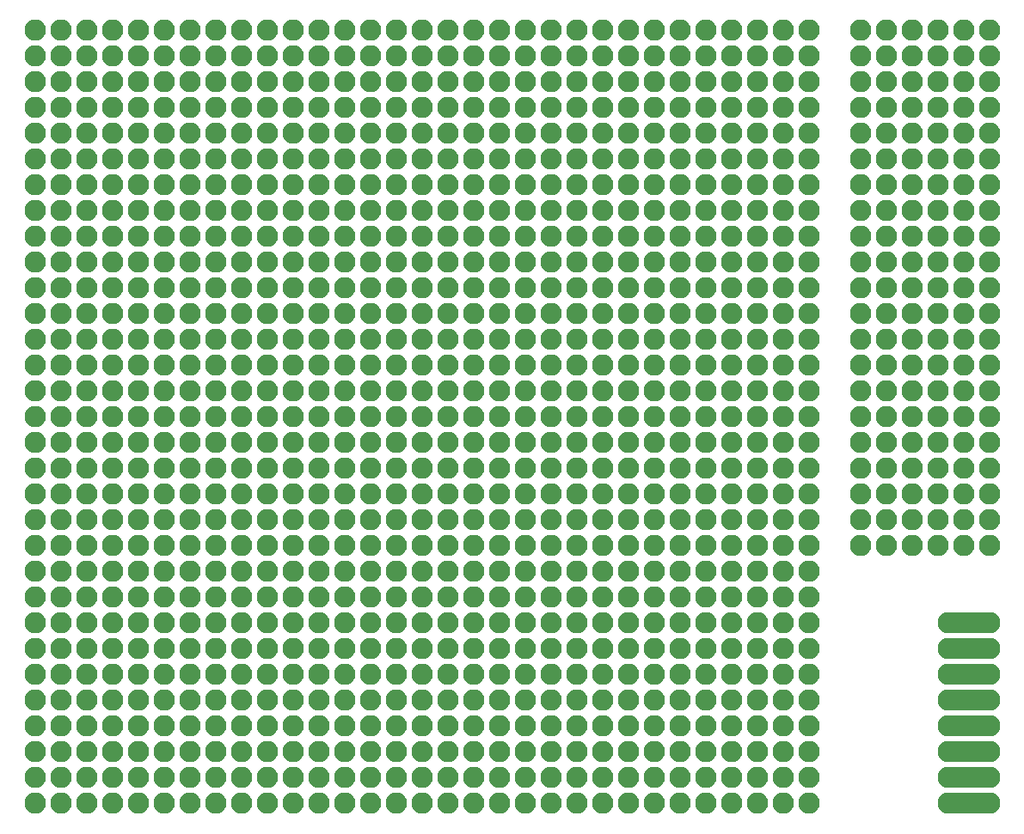
<source format=gbr>
G04 #@! TF.GenerationSoftware,KiCad,Pcbnew,5.1.7-a382d34a8~88~ubuntu16.04.1*
G04 #@! TF.CreationDate,2021-03-11T21:24:15+01:00*
G04 #@! TF.ProjectId,3u-100-eurocard-eurorack-protoboard,33752d31-3030-42d6-9575-726f63617264,rev?*
G04 #@! TF.SameCoordinates,Original*
G04 #@! TF.FileFunction,Soldermask,Bot*
G04 #@! TF.FilePolarity,Negative*
%FSLAX46Y46*%
G04 Gerber Fmt 4.6, Leading zero omitted, Abs format (unit mm)*
G04 Created by KiCad (PCBNEW 5.1.7-a382d34a8~88~ubuntu16.04.1) date 2021-03-11 21:24:15*
%MOMM*%
%LPD*%
G01*
G04 APERTURE LIST*
%ADD10O,6.182000X2.102000*%
%ADD11O,2.102000X2.102000*%
G04 APERTURE END LIST*
D10*
X93845000Y-73025000D03*
X93845000Y-88265000D03*
X93845000Y-85725000D03*
X93845000Y-70485000D03*
X93845000Y-83185000D03*
D11*
X93345000Y-70485000D03*
X95885000Y-70485000D03*
X93345000Y-73025000D03*
X95885000Y-73025000D03*
X93345000Y-75565000D03*
X95885000Y-75565000D03*
X93345000Y-78105000D03*
X95885000Y-78105000D03*
X93345000Y-80645000D03*
X95885000Y-80645000D03*
X93345000Y-83185000D03*
X95885000Y-83185000D03*
X93345000Y-85725000D03*
X95885000Y-85725000D03*
X93345000Y-88265000D03*
X95885000Y-88265000D03*
D10*
X93845000Y-80645000D03*
X93845000Y-78105000D03*
X93845000Y-75565000D03*
D11*
X83185000Y-12065000D03*
X85725000Y-12065000D03*
X88265000Y-12065000D03*
X90805000Y-12065000D03*
X93345000Y-12065000D03*
X95885000Y-12065000D03*
X95885000Y-14605000D03*
X93345000Y-14605000D03*
X90805000Y-14605000D03*
X88265000Y-14605000D03*
X85725000Y-14605000D03*
X83185000Y-14605000D03*
X95885000Y-24765000D03*
X93345000Y-24765000D03*
X90805000Y-24765000D03*
X88265000Y-24765000D03*
X85725000Y-24765000D03*
X83185000Y-24765000D03*
X83185000Y-22225000D03*
X85725000Y-22225000D03*
X88265000Y-22225000D03*
X90805000Y-22225000D03*
X93345000Y-22225000D03*
X95885000Y-22225000D03*
X95885000Y-17145000D03*
X93345000Y-17145000D03*
X90805000Y-17145000D03*
X88265000Y-17145000D03*
X85725000Y-17145000D03*
X83185000Y-17145000D03*
X83185000Y-19685000D03*
X85725000Y-19685000D03*
X88265000Y-19685000D03*
X90805000Y-19685000D03*
X93345000Y-19685000D03*
X95885000Y-19685000D03*
X83185000Y-34925000D03*
X85725000Y-34925000D03*
X88265000Y-34925000D03*
X90805000Y-34925000D03*
X93345000Y-34925000D03*
X95885000Y-34925000D03*
X95885000Y-29845000D03*
X93345000Y-29845000D03*
X90805000Y-29845000D03*
X88265000Y-29845000D03*
X85725000Y-29845000D03*
X83185000Y-29845000D03*
X95885000Y-32385000D03*
X93345000Y-32385000D03*
X90805000Y-32385000D03*
X88265000Y-32385000D03*
X85725000Y-32385000D03*
X83185000Y-32385000D03*
X83185000Y-27305000D03*
X85725000Y-27305000D03*
X88265000Y-27305000D03*
X90805000Y-27305000D03*
X93345000Y-27305000D03*
X95885000Y-27305000D03*
X83185000Y-42545000D03*
X85725000Y-42545000D03*
X88265000Y-42545000D03*
X90805000Y-42545000D03*
X93345000Y-42545000D03*
X95885000Y-42545000D03*
X95885000Y-45085000D03*
X93345000Y-45085000D03*
X90805000Y-45085000D03*
X88265000Y-45085000D03*
X85725000Y-45085000D03*
X83185000Y-45085000D03*
X83185000Y-40005000D03*
X85725000Y-40005000D03*
X88265000Y-40005000D03*
X90805000Y-40005000D03*
X93345000Y-40005000D03*
X95885000Y-40005000D03*
X95885000Y-37465000D03*
X93345000Y-37465000D03*
X90805000Y-37465000D03*
X88265000Y-37465000D03*
X85725000Y-37465000D03*
X83185000Y-37465000D03*
X83185000Y-47625000D03*
X85725000Y-47625000D03*
X88265000Y-47625000D03*
X90805000Y-47625000D03*
X93345000Y-47625000D03*
X95885000Y-47625000D03*
X95885000Y-50165000D03*
X93345000Y-50165000D03*
X90805000Y-50165000D03*
X88265000Y-50165000D03*
X85725000Y-50165000D03*
X83185000Y-50165000D03*
X83185000Y-55245000D03*
X85725000Y-55245000D03*
X88265000Y-55245000D03*
X90805000Y-55245000D03*
X93345000Y-55245000D03*
X95885000Y-55245000D03*
X95885000Y-52705000D03*
X93345000Y-52705000D03*
X90805000Y-52705000D03*
X88265000Y-52705000D03*
X85725000Y-52705000D03*
X83185000Y-52705000D03*
X83185000Y-60325000D03*
X85725000Y-60325000D03*
X88265000Y-60325000D03*
X90805000Y-60325000D03*
X93345000Y-60325000D03*
X95885000Y-60325000D03*
X95885000Y-57785000D03*
X93345000Y-57785000D03*
X90805000Y-57785000D03*
X88265000Y-57785000D03*
X85725000Y-57785000D03*
X83185000Y-57785000D03*
X83185000Y-62865000D03*
X85725000Y-62865000D03*
X88265000Y-62865000D03*
X90805000Y-62865000D03*
X93345000Y-62865000D03*
X95885000Y-62865000D03*
X1905000Y-12065000D03*
X4445000Y-12065000D03*
X6985000Y-12065000D03*
X9525000Y-12065000D03*
X12065000Y-12065000D03*
X14605000Y-12065000D03*
X17145000Y-12065000D03*
X19685000Y-12065000D03*
X22225000Y-12065000D03*
X24765000Y-12065000D03*
X27305000Y-12065000D03*
X29845000Y-12065000D03*
X32385000Y-12065000D03*
X34925000Y-12065000D03*
X37465000Y-12065000D03*
X40005000Y-12065000D03*
X42545000Y-12065000D03*
X45085000Y-12065000D03*
X47625000Y-12065000D03*
X50165000Y-12065000D03*
X52705000Y-12065000D03*
X55245000Y-12065000D03*
X57785000Y-12065000D03*
X60325000Y-12065000D03*
X62865000Y-12065000D03*
X65405000Y-12065000D03*
X67945000Y-12065000D03*
X70485000Y-12065000D03*
X73025000Y-12065000D03*
X75565000Y-12065000D03*
X78105000Y-12065000D03*
X78105000Y-88265000D03*
X75565000Y-88265000D03*
X73025000Y-88265000D03*
X70485000Y-88265000D03*
X67945000Y-88265000D03*
X65405000Y-88265000D03*
X62865000Y-88265000D03*
X60325000Y-88265000D03*
X57785000Y-88265000D03*
X55245000Y-88265000D03*
X52705000Y-88265000D03*
X50165000Y-88265000D03*
X47625000Y-88265000D03*
X45085000Y-88265000D03*
X42545000Y-88265000D03*
X40005000Y-88265000D03*
X37465000Y-88265000D03*
X34925000Y-88265000D03*
X32385000Y-88265000D03*
X29845000Y-88265000D03*
X27305000Y-88265000D03*
X24765000Y-88265000D03*
X22225000Y-88265000D03*
X19685000Y-88265000D03*
X17145000Y-88265000D03*
X14605000Y-88265000D03*
X12065000Y-88265000D03*
X9525000Y-88265000D03*
X6985000Y-88265000D03*
X4445000Y-88265000D03*
X1905000Y-88265000D03*
X1905000Y-85725000D03*
X4445000Y-85725000D03*
X6985000Y-85725000D03*
X9525000Y-85725000D03*
X12065000Y-85725000D03*
X14605000Y-85725000D03*
X17145000Y-85725000D03*
X19685000Y-85725000D03*
X22225000Y-85725000D03*
X24765000Y-85725000D03*
X27305000Y-85725000D03*
X29845000Y-85725000D03*
X32385000Y-85725000D03*
X34925000Y-85725000D03*
X37465000Y-85725000D03*
X40005000Y-85725000D03*
X42545000Y-85725000D03*
X45085000Y-85725000D03*
X47625000Y-85725000D03*
X50165000Y-85725000D03*
X52705000Y-85725000D03*
X55245000Y-85725000D03*
X57785000Y-85725000D03*
X60325000Y-85725000D03*
X62865000Y-85725000D03*
X65405000Y-85725000D03*
X67945000Y-85725000D03*
X70485000Y-85725000D03*
X73025000Y-85725000D03*
X75565000Y-85725000D03*
X78105000Y-85725000D03*
X78105000Y-83185000D03*
X75565000Y-83185000D03*
X73025000Y-83185000D03*
X70485000Y-83185000D03*
X67945000Y-83185000D03*
X65405000Y-83185000D03*
X62865000Y-83185000D03*
X60325000Y-83185000D03*
X57785000Y-83185000D03*
X55245000Y-83185000D03*
X52705000Y-83185000D03*
X50165000Y-83185000D03*
X47625000Y-83185000D03*
X45085000Y-83185000D03*
X42545000Y-83185000D03*
X40005000Y-83185000D03*
X37465000Y-83185000D03*
X34925000Y-83185000D03*
X32385000Y-83185000D03*
X29845000Y-83185000D03*
X27305000Y-83185000D03*
X24765000Y-83185000D03*
X22225000Y-83185000D03*
X19685000Y-83185000D03*
X17145000Y-83185000D03*
X14605000Y-83185000D03*
X12065000Y-83185000D03*
X9525000Y-83185000D03*
X6985000Y-83185000D03*
X4445000Y-83185000D03*
X1905000Y-83185000D03*
X78105000Y-80645000D03*
X75565000Y-80645000D03*
X73025000Y-80645000D03*
X70485000Y-80645000D03*
X67945000Y-80645000D03*
X65405000Y-80645000D03*
X62865000Y-80645000D03*
X60325000Y-80645000D03*
X57785000Y-80645000D03*
X55245000Y-80645000D03*
X52705000Y-80645000D03*
X50165000Y-80645000D03*
X47625000Y-80645000D03*
X45085000Y-80645000D03*
X42545000Y-80645000D03*
X40005000Y-80645000D03*
X37465000Y-80645000D03*
X34925000Y-80645000D03*
X32385000Y-80645000D03*
X29845000Y-80645000D03*
X27305000Y-80645000D03*
X24765000Y-80645000D03*
X22225000Y-80645000D03*
X19685000Y-80645000D03*
X17145000Y-80645000D03*
X14605000Y-80645000D03*
X12065000Y-80645000D03*
X9525000Y-80645000D03*
X6985000Y-80645000D03*
X4445000Y-80645000D03*
X1905000Y-80645000D03*
X1905000Y-75565000D03*
X4445000Y-75565000D03*
X6985000Y-75565000D03*
X9525000Y-75565000D03*
X12065000Y-75565000D03*
X14605000Y-75565000D03*
X17145000Y-75565000D03*
X19685000Y-75565000D03*
X22225000Y-75565000D03*
X24765000Y-75565000D03*
X27305000Y-75565000D03*
X29845000Y-75565000D03*
X32385000Y-75565000D03*
X34925000Y-75565000D03*
X37465000Y-75565000D03*
X40005000Y-75565000D03*
X42545000Y-75565000D03*
X45085000Y-75565000D03*
X47625000Y-75565000D03*
X50165000Y-75565000D03*
X52705000Y-75565000D03*
X55245000Y-75565000D03*
X57785000Y-75565000D03*
X60325000Y-75565000D03*
X62865000Y-75565000D03*
X65405000Y-75565000D03*
X67945000Y-75565000D03*
X70485000Y-75565000D03*
X73025000Y-75565000D03*
X75565000Y-75565000D03*
X78105000Y-75565000D03*
X1905000Y-73025000D03*
X4445000Y-73025000D03*
X6985000Y-73025000D03*
X9525000Y-73025000D03*
X12065000Y-73025000D03*
X14605000Y-73025000D03*
X17145000Y-73025000D03*
X19685000Y-73025000D03*
X22225000Y-73025000D03*
X24765000Y-73025000D03*
X27305000Y-73025000D03*
X29845000Y-73025000D03*
X32385000Y-73025000D03*
X34925000Y-73025000D03*
X37465000Y-73025000D03*
X40005000Y-73025000D03*
X42545000Y-73025000D03*
X45085000Y-73025000D03*
X47625000Y-73025000D03*
X50165000Y-73025000D03*
X52705000Y-73025000D03*
X55245000Y-73025000D03*
X57785000Y-73025000D03*
X60325000Y-73025000D03*
X62865000Y-73025000D03*
X65405000Y-73025000D03*
X67945000Y-73025000D03*
X70485000Y-73025000D03*
X73025000Y-73025000D03*
X75565000Y-73025000D03*
X78105000Y-73025000D03*
X78105000Y-78105000D03*
X75565000Y-78105000D03*
X73025000Y-78105000D03*
X70485000Y-78105000D03*
X67945000Y-78105000D03*
X65405000Y-78105000D03*
X62865000Y-78105000D03*
X60325000Y-78105000D03*
X57785000Y-78105000D03*
X55245000Y-78105000D03*
X52705000Y-78105000D03*
X50165000Y-78105000D03*
X47625000Y-78105000D03*
X45085000Y-78105000D03*
X42545000Y-78105000D03*
X40005000Y-78105000D03*
X37465000Y-78105000D03*
X34925000Y-78105000D03*
X32385000Y-78105000D03*
X29845000Y-78105000D03*
X27305000Y-78105000D03*
X24765000Y-78105000D03*
X22225000Y-78105000D03*
X19685000Y-78105000D03*
X17145000Y-78105000D03*
X14605000Y-78105000D03*
X12065000Y-78105000D03*
X9525000Y-78105000D03*
X6985000Y-78105000D03*
X4445000Y-78105000D03*
X1905000Y-78105000D03*
X78105000Y-55245000D03*
X75565000Y-55245000D03*
X73025000Y-55245000D03*
X70485000Y-55245000D03*
X67945000Y-55245000D03*
X65405000Y-55245000D03*
X62865000Y-55245000D03*
X60325000Y-55245000D03*
X57785000Y-55245000D03*
X55245000Y-55245000D03*
X52705000Y-55245000D03*
X50165000Y-55245000D03*
X47625000Y-55245000D03*
X45085000Y-55245000D03*
X42545000Y-55245000D03*
X40005000Y-55245000D03*
X37465000Y-55245000D03*
X34925000Y-55245000D03*
X32385000Y-55245000D03*
X29845000Y-55245000D03*
X27305000Y-55245000D03*
X24765000Y-55245000D03*
X22225000Y-55245000D03*
X19685000Y-55245000D03*
X17145000Y-55245000D03*
X14605000Y-55245000D03*
X12065000Y-55245000D03*
X9525000Y-55245000D03*
X6985000Y-55245000D03*
X4445000Y-55245000D03*
X1905000Y-55245000D03*
X1905000Y-62865000D03*
X4445000Y-62865000D03*
X6985000Y-62865000D03*
X9525000Y-62865000D03*
X12065000Y-62865000D03*
X14605000Y-62865000D03*
X17145000Y-62865000D03*
X19685000Y-62865000D03*
X22225000Y-62865000D03*
X24765000Y-62865000D03*
X27305000Y-62865000D03*
X29845000Y-62865000D03*
X32385000Y-62865000D03*
X34925000Y-62865000D03*
X37465000Y-62865000D03*
X40005000Y-62865000D03*
X42545000Y-62865000D03*
X45085000Y-62865000D03*
X47625000Y-62865000D03*
X50165000Y-62865000D03*
X52705000Y-62865000D03*
X55245000Y-62865000D03*
X57785000Y-62865000D03*
X60325000Y-62865000D03*
X62865000Y-62865000D03*
X65405000Y-62865000D03*
X67945000Y-62865000D03*
X70485000Y-62865000D03*
X73025000Y-62865000D03*
X75565000Y-62865000D03*
X78105000Y-62865000D03*
X78105000Y-70485000D03*
X75565000Y-70485000D03*
X73025000Y-70485000D03*
X70485000Y-70485000D03*
X67945000Y-70485000D03*
X65405000Y-70485000D03*
X62865000Y-70485000D03*
X60325000Y-70485000D03*
X57785000Y-70485000D03*
X55245000Y-70485000D03*
X52705000Y-70485000D03*
X50165000Y-70485000D03*
X47625000Y-70485000D03*
X45085000Y-70485000D03*
X42545000Y-70485000D03*
X40005000Y-70485000D03*
X37465000Y-70485000D03*
X34925000Y-70485000D03*
X32385000Y-70485000D03*
X29845000Y-70485000D03*
X27305000Y-70485000D03*
X24765000Y-70485000D03*
X22225000Y-70485000D03*
X19685000Y-70485000D03*
X17145000Y-70485000D03*
X14605000Y-70485000D03*
X12065000Y-70485000D03*
X9525000Y-70485000D03*
X6985000Y-70485000D03*
X4445000Y-70485000D03*
X1905000Y-70485000D03*
X1905000Y-60325000D03*
X4445000Y-60325000D03*
X6985000Y-60325000D03*
X9525000Y-60325000D03*
X12065000Y-60325000D03*
X14605000Y-60325000D03*
X17145000Y-60325000D03*
X19685000Y-60325000D03*
X22225000Y-60325000D03*
X24765000Y-60325000D03*
X27305000Y-60325000D03*
X29845000Y-60325000D03*
X32385000Y-60325000D03*
X34925000Y-60325000D03*
X37465000Y-60325000D03*
X40005000Y-60325000D03*
X42545000Y-60325000D03*
X45085000Y-60325000D03*
X47625000Y-60325000D03*
X50165000Y-60325000D03*
X52705000Y-60325000D03*
X55245000Y-60325000D03*
X57785000Y-60325000D03*
X60325000Y-60325000D03*
X62865000Y-60325000D03*
X65405000Y-60325000D03*
X67945000Y-60325000D03*
X70485000Y-60325000D03*
X73025000Y-60325000D03*
X75565000Y-60325000D03*
X78105000Y-60325000D03*
X78105000Y-52705000D03*
X75565000Y-52705000D03*
X73025000Y-52705000D03*
X70485000Y-52705000D03*
X67945000Y-52705000D03*
X65405000Y-52705000D03*
X62865000Y-52705000D03*
X60325000Y-52705000D03*
X57785000Y-52705000D03*
X55245000Y-52705000D03*
X52705000Y-52705000D03*
X50165000Y-52705000D03*
X47625000Y-52705000D03*
X45085000Y-52705000D03*
X42545000Y-52705000D03*
X40005000Y-52705000D03*
X37465000Y-52705000D03*
X34925000Y-52705000D03*
X32385000Y-52705000D03*
X29845000Y-52705000D03*
X27305000Y-52705000D03*
X24765000Y-52705000D03*
X22225000Y-52705000D03*
X19685000Y-52705000D03*
X17145000Y-52705000D03*
X14605000Y-52705000D03*
X12065000Y-52705000D03*
X9525000Y-52705000D03*
X6985000Y-52705000D03*
X4445000Y-52705000D03*
X1905000Y-52705000D03*
X1905000Y-57785000D03*
X4445000Y-57785000D03*
X6985000Y-57785000D03*
X9525000Y-57785000D03*
X12065000Y-57785000D03*
X14605000Y-57785000D03*
X17145000Y-57785000D03*
X19685000Y-57785000D03*
X22225000Y-57785000D03*
X24765000Y-57785000D03*
X27305000Y-57785000D03*
X29845000Y-57785000D03*
X32385000Y-57785000D03*
X34925000Y-57785000D03*
X37465000Y-57785000D03*
X40005000Y-57785000D03*
X42545000Y-57785000D03*
X45085000Y-57785000D03*
X47625000Y-57785000D03*
X50165000Y-57785000D03*
X52705000Y-57785000D03*
X55245000Y-57785000D03*
X57785000Y-57785000D03*
X60325000Y-57785000D03*
X62865000Y-57785000D03*
X65405000Y-57785000D03*
X67945000Y-57785000D03*
X70485000Y-57785000D03*
X73025000Y-57785000D03*
X75565000Y-57785000D03*
X78105000Y-57785000D03*
X78105000Y-67945000D03*
X75565000Y-67945000D03*
X73025000Y-67945000D03*
X70485000Y-67945000D03*
X67945000Y-67945000D03*
X65405000Y-67945000D03*
X62865000Y-67945000D03*
X60325000Y-67945000D03*
X57785000Y-67945000D03*
X55245000Y-67945000D03*
X52705000Y-67945000D03*
X50165000Y-67945000D03*
X47625000Y-67945000D03*
X45085000Y-67945000D03*
X42545000Y-67945000D03*
X40005000Y-67945000D03*
X37465000Y-67945000D03*
X34925000Y-67945000D03*
X32385000Y-67945000D03*
X29845000Y-67945000D03*
X27305000Y-67945000D03*
X24765000Y-67945000D03*
X22225000Y-67945000D03*
X19685000Y-67945000D03*
X17145000Y-67945000D03*
X14605000Y-67945000D03*
X12065000Y-67945000D03*
X9525000Y-67945000D03*
X6985000Y-67945000D03*
X4445000Y-67945000D03*
X1905000Y-67945000D03*
X1905000Y-65405000D03*
X4445000Y-65405000D03*
X6985000Y-65405000D03*
X9525000Y-65405000D03*
X12065000Y-65405000D03*
X14605000Y-65405000D03*
X17145000Y-65405000D03*
X19685000Y-65405000D03*
X22225000Y-65405000D03*
X24765000Y-65405000D03*
X27305000Y-65405000D03*
X29845000Y-65405000D03*
X32385000Y-65405000D03*
X34925000Y-65405000D03*
X37465000Y-65405000D03*
X40005000Y-65405000D03*
X42545000Y-65405000D03*
X45085000Y-65405000D03*
X47625000Y-65405000D03*
X50165000Y-65405000D03*
X52705000Y-65405000D03*
X55245000Y-65405000D03*
X57785000Y-65405000D03*
X60325000Y-65405000D03*
X62865000Y-65405000D03*
X65405000Y-65405000D03*
X67945000Y-65405000D03*
X70485000Y-65405000D03*
X73025000Y-65405000D03*
X75565000Y-65405000D03*
X78105000Y-65405000D03*
X78105000Y-14605000D03*
X75565000Y-14605000D03*
X73025000Y-14605000D03*
X70485000Y-14605000D03*
X67945000Y-14605000D03*
X65405000Y-14605000D03*
X62865000Y-14605000D03*
X60325000Y-14605000D03*
X57785000Y-14605000D03*
X55245000Y-14605000D03*
X52705000Y-14605000D03*
X50165000Y-14605000D03*
X47625000Y-14605000D03*
X45085000Y-14605000D03*
X42545000Y-14605000D03*
X40005000Y-14605000D03*
X37465000Y-14605000D03*
X34925000Y-14605000D03*
X32385000Y-14605000D03*
X29845000Y-14605000D03*
X27305000Y-14605000D03*
X24765000Y-14605000D03*
X22225000Y-14605000D03*
X19685000Y-14605000D03*
X17145000Y-14605000D03*
X14605000Y-14605000D03*
X12065000Y-14605000D03*
X9525000Y-14605000D03*
X6985000Y-14605000D03*
X4445000Y-14605000D03*
X1905000Y-14605000D03*
X78105000Y-19685000D03*
X75565000Y-19685000D03*
X73025000Y-19685000D03*
X70485000Y-19685000D03*
X67945000Y-19685000D03*
X65405000Y-19685000D03*
X62865000Y-19685000D03*
X60325000Y-19685000D03*
X57785000Y-19685000D03*
X55245000Y-19685000D03*
X52705000Y-19685000D03*
X50165000Y-19685000D03*
X47625000Y-19685000D03*
X45085000Y-19685000D03*
X42545000Y-19685000D03*
X40005000Y-19685000D03*
X37465000Y-19685000D03*
X34925000Y-19685000D03*
X32385000Y-19685000D03*
X29845000Y-19685000D03*
X27305000Y-19685000D03*
X24765000Y-19685000D03*
X22225000Y-19685000D03*
X19685000Y-19685000D03*
X17145000Y-19685000D03*
X14605000Y-19685000D03*
X12065000Y-19685000D03*
X9525000Y-19685000D03*
X6985000Y-19685000D03*
X4445000Y-19685000D03*
X1905000Y-19685000D03*
X1905000Y-27305000D03*
X4445000Y-27305000D03*
X6985000Y-27305000D03*
X9525000Y-27305000D03*
X12065000Y-27305000D03*
X14605000Y-27305000D03*
X17145000Y-27305000D03*
X19685000Y-27305000D03*
X22225000Y-27305000D03*
X24765000Y-27305000D03*
X27305000Y-27305000D03*
X29845000Y-27305000D03*
X32385000Y-27305000D03*
X34925000Y-27305000D03*
X37465000Y-27305000D03*
X40005000Y-27305000D03*
X42545000Y-27305000D03*
X45085000Y-27305000D03*
X47625000Y-27305000D03*
X50165000Y-27305000D03*
X52705000Y-27305000D03*
X55245000Y-27305000D03*
X57785000Y-27305000D03*
X60325000Y-27305000D03*
X62865000Y-27305000D03*
X65405000Y-27305000D03*
X67945000Y-27305000D03*
X70485000Y-27305000D03*
X73025000Y-27305000D03*
X75565000Y-27305000D03*
X78105000Y-27305000D03*
X1905000Y-24765000D03*
X4445000Y-24765000D03*
X6985000Y-24765000D03*
X9525000Y-24765000D03*
X12065000Y-24765000D03*
X14605000Y-24765000D03*
X17145000Y-24765000D03*
X19685000Y-24765000D03*
X22225000Y-24765000D03*
X24765000Y-24765000D03*
X27305000Y-24765000D03*
X29845000Y-24765000D03*
X32385000Y-24765000D03*
X34925000Y-24765000D03*
X37465000Y-24765000D03*
X40005000Y-24765000D03*
X42545000Y-24765000D03*
X45085000Y-24765000D03*
X47625000Y-24765000D03*
X50165000Y-24765000D03*
X52705000Y-24765000D03*
X55245000Y-24765000D03*
X57785000Y-24765000D03*
X60325000Y-24765000D03*
X62865000Y-24765000D03*
X65405000Y-24765000D03*
X67945000Y-24765000D03*
X70485000Y-24765000D03*
X73025000Y-24765000D03*
X75565000Y-24765000D03*
X78105000Y-24765000D03*
X78105000Y-17145000D03*
X75565000Y-17145000D03*
X73025000Y-17145000D03*
X70485000Y-17145000D03*
X67945000Y-17145000D03*
X65405000Y-17145000D03*
X62865000Y-17145000D03*
X60325000Y-17145000D03*
X57785000Y-17145000D03*
X55245000Y-17145000D03*
X52705000Y-17145000D03*
X50165000Y-17145000D03*
X47625000Y-17145000D03*
X45085000Y-17145000D03*
X42545000Y-17145000D03*
X40005000Y-17145000D03*
X37465000Y-17145000D03*
X34925000Y-17145000D03*
X32385000Y-17145000D03*
X29845000Y-17145000D03*
X27305000Y-17145000D03*
X24765000Y-17145000D03*
X22225000Y-17145000D03*
X19685000Y-17145000D03*
X17145000Y-17145000D03*
X14605000Y-17145000D03*
X12065000Y-17145000D03*
X9525000Y-17145000D03*
X6985000Y-17145000D03*
X4445000Y-17145000D03*
X1905000Y-17145000D03*
X1905000Y-22225000D03*
X4445000Y-22225000D03*
X6985000Y-22225000D03*
X9525000Y-22225000D03*
X12065000Y-22225000D03*
X14605000Y-22225000D03*
X17145000Y-22225000D03*
X19685000Y-22225000D03*
X22225000Y-22225000D03*
X24765000Y-22225000D03*
X27305000Y-22225000D03*
X29845000Y-22225000D03*
X32385000Y-22225000D03*
X34925000Y-22225000D03*
X37465000Y-22225000D03*
X40005000Y-22225000D03*
X42545000Y-22225000D03*
X45085000Y-22225000D03*
X47625000Y-22225000D03*
X50165000Y-22225000D03*
X52705000Y-22225000D03*
X55245000Y-22225000D03*
X57785000Y-22225000D03*
X60325000Y-22225000D03*
X62865000Y-22225000D03*
X65405000Y-22225000D03*
X67945000Y-22225000D03*
X70485000Y-22225000D03*
X73025000Y-22225000D03*
X75565000Y-22225000D03*
X78105000Y-22225000D03*
X1905000Y-29845000D03*
X4445000Y-29845000D03*
X6985000Y-29845000D03*
X9525000Y-29845000D03*
X12065000Y-29845000D03*
X14605000Y-29845000D03*
X17145000Y-29845000D03*
X19685000Y-29845000D03*
X22225000Y-29845000D03*
X24765000Y-29845000D03*
X27305000Y-29845000D03*
X29845000Y-29845000D03*
X32385000Y-29845000D03*
X34925000Y-29845000D03*
X37465000Y-29845000D03*
X40005000Y-29845000D03*
X42545000Y-29845000D03*
X45085000Y-29845000D03*
X47625000Y-29845000D03*
X50165000Y-29845000D03*
X52705000Y-29845000D03*
X55245000Y-29845000D03*
X57785000Y-29845000D03*
X60325000Y-29845000D03*
X62865000Y-29845000D03*
X65405000Y-29845000D03*
X67945000Y-29845000D03*
X70485000Y-29845000D03*
X73025000Y-29845000D03*
X75565000Y-29845000D03*
X78105000Y-29845000D03*
X78105000Y-37465000D03*
X75565000Y-37465000D03*
X73025000Y-37465000D03*
X70485000Y-37465000D03*
X67945000Y-37465000D03*
X65405000Y-37465000D03*
X62865000Y-37465000D03*
X60325000Y-37465000D03*
X57785000Y-37465000D03*
X55245000Y-37465000D03*
X52705000Y-37465000D03*
X50165000Y-37465000D03*
X47625000Y-37465000D03*
X45085000Y-37465000D03*
X42545000Y-37465000D03*
X40005000Y-37465000D03*
X37465000Y-37465000D03*
X34925000Y-37465000D03*
X32385000Y-37465000D03*
X29845000Y-37465000D03*
X27305000Y-37465000D03*
X24765000Y-37465000D03*
X22225000Y-37465000D03*
X19685000Y-37465000D03*
X17145000Y-37465000D03*
X14605000Y-37465000D03*
X12065000Y-37465000D03*
X9525000Y-37465000D03*
X6985000Y-37465000D03*
X4445000Y-37465000D03*
X1905000Y-37465000D03*
X78105000Y-34925000D03*
X75565000Y-34925000D03*
X73025000Y-34925000D03*
X70485000Y-34925000D03*
X67945000Y-34925000D03*
X65405000Y-34925000D03*
X62865000Y-34925000D03*
X60325000Y-34925000D03*
X57785000Y-34925000D03*
X55245000Y-34925000D03*
X52705000Y-34925000D03*
X50165000Y-34925000D03*
X47625000Y-34925000D03*
X45085000Y-34925000D03*
X42545000Y-34925000D03*
X40005000Y-34925000D03*
X37465000Y-34925000D03*
X34925000Y-34925000D03*
X32385000Y-34925000D03*
X29845000Y-34925000D03*
X27305000Y-34925000D03*
X24765000Y-34925000D03*
X22225000Y-34925000D03*
X19685000Y-34925000D03*
X17145000Y-34925000D03*
X14605000Y-34925000D03*
X12065000Y-34925000D03*
X9525000Y-34925000D03*
X6985000Y-34925000D03*
X4445000Y-34925000D03*
X1905000Y-34925000D03*
X1905000Y-32385000D03*
X4445000Y-32385000D03*
X6985000Y-32385000D03*
X9525000Y-32385000D03*
X12065000Y-32385000D03*
X14605000Y-32385000D03*
X17145000Y-32385000D03*
X19685000Y-32385000D03*
X22225000Y-32385000D03*
X24765000Y-32385000D03*
X27305000Y-32385000D03*
X29845000Y-32385000D03*
X32385000Y-32385000D03*
X34925000Y-32385000D03*
X37465000Y-32385000D03*
X40005000Y-32385000D03*
X42545000Y-32385000D03*
X45085000Y-32385000D03*
X47625000Y-32385000D03*
X50165000Y-32385000D03*
X52705000Y-32385000D03*
X55245000Y-32385000D03*
X57785000Y-32385000D03*
X60325000Y-32385000D03*
X62865000Y-32385000D03*
X65405000Y-32385000D03*
X67945000Y-32385000D03*
X70485000Y-32385000D03*
X73025000Y-32385000D03*
X75565000Y-32385000D03*
X78105000Y-32385000D03*
X78105000Y-42545000D03*
X75565000Y-42545000D03*
X73025000Y-42545000D03*
X70485000Y-42545000D03*
X67945000Y-42545000D03*
X65405000Y-42545000D03*
X62865000Y-42545000D03*
X60325000Y-42545000D03*
X57785000Y-42545000D03*
X55245000Y-42545000D03*
X52705000Y-42545000D03*
X50165000Y-42545000D03*
X47625000Y-42545000D03*
X45085000Y-42545000D03*
X42545000Y-42545000D03*
X40005000Y-42545000D03*
X37465000Y-42545000D03*
X34925000Y-42545000D03*
X32385000Y-42545000D03*
X29845000Y-42545000D03*
X27305000Y-42545000D03*
X24765000Y-42545000D03*
X22225000Y-42545000D03*
X19685000Y-42545000D03*
X17145000Y-42545000D03*
X14605000Y-42545000D03*
X12065000Y-42545000D03*
X9525000Y-42545000D03*
X6985000Y-42545000D03*
X4445000Y-42545000D03*
X1905000Y-42545000D03*
X78105000Y-40005000D03*
X75565000Y-40005000D03*
X73025000Y-40005000D03*
X70485000Y-40005000D03*
X67945000Y-40005000D03*
X65405000Y-40005000D03*
X62865000Y-40005000D03*
X60325000Y-40005000D03*
X57785000Y-40005000D03*
X55245000Y-40005000D03*
X52705000Y-40005000D03*
X50165000Y-40005000D03*
X47625000Y-40005000D03*
X45085000Y-40005000D03*
X42545000Y-40005000D03*
X40005000Y-40005000D03*
X37465000Y-40005000D03*
X34925000Y-40005000D03*
X32385000Y-40005000D03*
X29845000Y-40005000D03*
X27305000Y-40005000D03*
X24765000Y-40005000D03*
X22225000Y-40005000D03*
X19685000Y-40005000D03*
X17145000Y-40005000D03*
X14605000Y-40005000D03*
X12065000Y-40005000D03*
X9525000Y-40005000D03*
X6985000Y-40005000D03*
X4445000Y-40005000D03*
X1905000Y-40005000D03*
X1905000Y-45085000D03*
X4445000Y-45085000D03*
X6985000Y-45085000D03*
X9525000Y-45085000D03*
X12065000Y-45085000D03*
X14605000Y-45085000D03*
X17145000Y-45085000D03*
X19685000Y-45085000D03*
X22225000Y-45085000D03*
X24765000Y-45085000D03*
X27305000Y-45085000D03*
X29845000Y-45085000D03*
X32385000Y-45085000D03*
X34925000Y-45085000D03*
X37465000Y-45085000D03*
X40005000Y-45085000D03*
X42545000Y-45085000D03*
X45085000Y-45085000D03*
X47625000Y-45085000D03*
X50165000Y-45085000D03*
X52705000Y-45085000D03*
X55245000Y-45085000D03*
X57785000Y-45085000D03*
X60325000Y-45085000D03*
X62865000Y-45085000D03*
X65405000Y-45085000D03*
X67945000Y-45085000D03*
X70485000Y-45085000D03*
X73025000Y-45085000D03*
X75565000Y-45085000D03*
X78105000Y-45085000D03*
X1905000Y-47625000D03*
X4445000Y-47625000D03*
X6985000Y-47625000D03*
X9525000Y-47625000D03*
X12065000Y-47625000D03*
X14605000Y-47625000D03*
X17145000Y-47625000D03*
X19685000Y-47625000D03*
X22225000Y-47625000D03*
X24765000Y-47625000D03*
X27305000Y-47625000D03*
X29845000Y-47625000D03*
X32385000Y-47625000D03*
X34925000Y-47625000D03*
X37465000Y-47625000D03*
X40005000Y-47625000D03*
X42545000Y-47625000D03*
X45085000Y-47625000D03*
X47625000Y-47625000D03*
X50165000Y-47625000D03*
X52705000Y-47625000D03*
X55245000Y-47625000D03*
X57785000Y-47625000D03*
X60325000Y-47625000D03*
X62865000Y-47625000D03*
X65405000Y-47625000D03*
X67945000Y-47625000D03*
X70485000Y-47625000D03*
X73025000Y-47625000D03*
X75565000Y-47625000D03*
X78105000Y-47625000D03*
X78105000Y-50165000D03*
X75565000Y-50165000D03*
X73025000Y-50165000D03*
X70485000Y-50165000D03*
X67945000Y-50165000D03*
X65405000Y-50165000D03*
X62865000Y-50165000D03*
X60325000Y-50165000D03*
X57785000Y-50165000D03*
X55245000Y-50165000D03*
X52705000Y-50165000D03*
X50165000Y-50165000D03*
X47625000Y-50165000D03*
X45085000Y-50165000D03*
X42545000Y-50165000D03*
X40005000Y-50165000D03*
X37465000Y-50165000D03*
X34925000Y-50165000D03*
X32385000Y-50165000D03*
X29845000Y-50165000D03*
X27305000Y-50165000D03*
X24765000Y-50165000D03*
X22225000Y-50165000D03*
X19685000Y-50165000D03*
X17145000Y-50165000D03*
X14605000Y-50165000D03*
X12065000Y-50165000D03*
X9525000Y-50165000D03*
X6985000Y-50165000D03*
X4445000Y-50165000D03*
X1905000Y-50165000D03*
M02*

</source>
